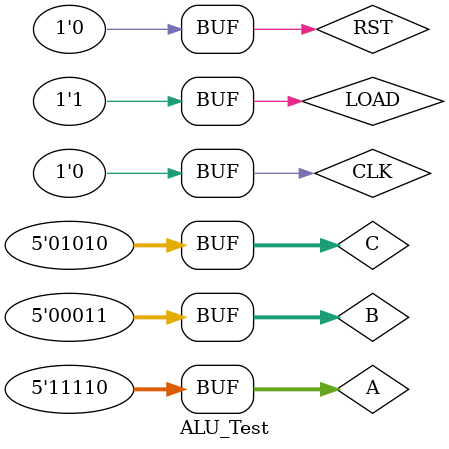
<source format=v>
`timescale 1ns / 1ps


module ALU_Test(
    );
    reg [4:0] A, B, C;
    reg CLK, LOAD, RST;
    //reg [1:0] sel;
    wire [4:0] out0, out1, out2;
    COMBO_ALU UUT(.CLK(CLK), .LOAD(LOAD), .RST(RST), .A(A), .B(B), .C(C), .out0(out0), .out1(out1), .out2(out2));
    initial begin
    RST = 1'b1;
    #30;
    RST = 1'b0;
    #20;
    
    LOAD = 1'b1;
    A = 5'b11110;
    B = 5'b00011;
    C = 5'b01010;
    #140
    
    LOAD = 1'b0; 
    
    #120;
    
    LOAD = 1'b1;
     
    end
    
    always begin
    CLK = 1'b1;
    #20;
    CLK = 1'b0;
    #20;
    end
endmodule

</source>
